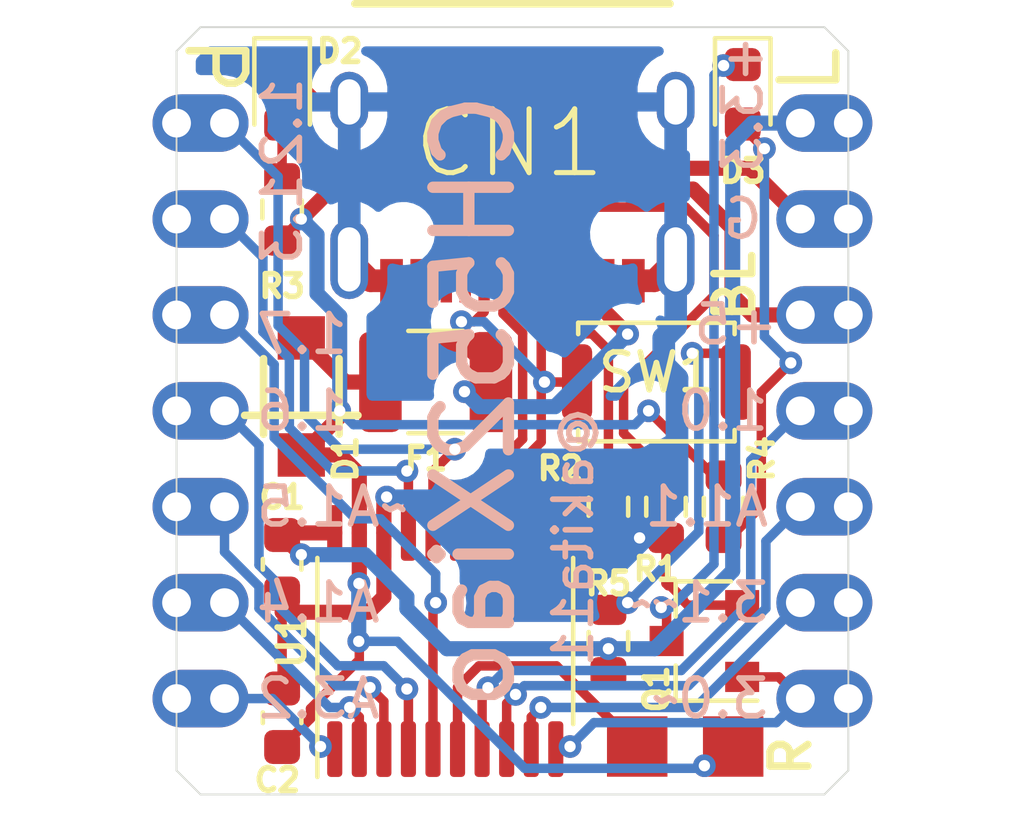
<source format=kicad_pcb>
(kicad_pcb (version 20211014) (generator pcbnew)
  (layers (0 "F.Cu" signal) (31 "B.Cu" signal) (34 "B.Paste" user) (35 "F.Paste" user) (36 "B.SilkS" user "B.Silkscreen") (37 "F.SilkS" user "F.Silkscreen") (38 "B.Mask" user) (39 "F.Mask" user) (44 "Edge.Cuts" user))
  (net 0 "")
  (net 1 "GND")
  (net 2 "+3V3")
  (net 3 "+5V")
  (net 4 "Net-(CN1-PadB5)")
  (net 6 "/P3.6")
  (net 7 "/P3.7")
  (net 8 "Net-(CN1-PadA5)")
  (net 10 "Net-(CN1-PadA4)")
  (net 11 "Net-(D1-PadA)")
  (net 12 "Net-(D2-Pad2)")
  (net 13 "Net-(D3-Pad2)")
  (net 14 "Net-(D3-Pad1)")
  (net 15 "/P3.0")
  (net 16 "/P3.4")
  (net 17 "/P3.3")
  (net 18 "/P3.2")
  (net 19 "/P1.4")
  (net 20 "/P1.1")
  (net 21 "/P1.5")
  (net 22 "/P1.6")
  (net 23 "/P1.7")
  (net 24 "/P3.1")
  (net 25 "Net-(R5-Pad2)")
  (net 26 "/P1.0")
  (net 27 "/RST")
  (net 28 "/P3.5")
  (net 29 "/P1.3")
  (net 30 "/P1.2")
  (footprint "akita:USB-C_16P_TH" (layer "F.Cu") (at 8.89 5.715 180)
    (fp_text reference "CN1" (at -2.54 1.651) (layer "F.SilkS") (effects (font (size 1.6891 1.6891) (thickness 0.135128)) (justify right bottom)))
    (fp_text value "CON_USB-C-16" hide)
    (fp_line (start -4.17 6.335) (end 4.17 6.335) (layer "F.SilkS") (width 0.2))
    (pad "" np_thru_hole circle locked (at 2.89 0.25 180) (size 0.65 0.65) (drill 0.65) (layers *.Cu *.Mask))
    (pad "" np_thru_hole circle locked (at -2.89 0.25 180) (size 0.65 0.65) (drill 0.65) (layers *.Cu *.Mask))
    (pad "A1" smd rect locked (at -3.2 -1 180) (size 0.6 1.15) (layers "F.Cu" "F.Paste" "F.Mask") (net 1 "GND"))
    (pad "A4" smd rect locked (at -2.4 -1 180) (size 0.6 1.15) (layers "F.Cu" "F.Paste" "F.Mask") (net 10 "Net-(CN1-PadA4)"))
    (pad "A5" smd rect locked (at -1.25 -1 180) (size 0.3 1.15) (layers "F.Cu" "F.Paste" "F.Mask") (net 8 "Net-(CN1-PadA5)"))
    (pad "A6" smd rect locked (at -0.25 -1 180) (size 0.3 1.15) (layers "F.Cu" "F.Paste" "F.Mask") (net 6 "/P3.6"))
    (pad "A7" smd rect locked (at 0.25 -1 180) (size 0.3 1.15) (layers "F.Cu" "F.Paste" "F.Mask") (net 7 "/P3.7"))
    (pad "A8" smd rect locked (at 1.25 -1 180) (size 0.3 1.15) (layers "F.Cu" "F.Paste" "F.Mask"))
    (pad "A9" smd rect locked (at 2.4 -1 180) (size 0.6 1.15) (layers "F.Cu" "F.Paste" "F.Mask") (net 10 "Net-(CN1-PadA4)"))
    (pad "A12" smd rect locked (at 3.2 -1 180) (size 0.6 1.15) (layers "F.Cu" "F.Paste" "F.Mask") (net 1 "GND"))
    (pad "B5" smd rect locked (at 1.75 -1 180) (size 0.3 1.15) (layers "F.Cu" "F.Paste" "F.Mask") (net 4 "Net-(CN1-PadB5)"))
    (pad "B6" smd rect locked (at 0.75 -1 180) (size 0.3 1.15) (layers "F.Cu" "F.Paste" "F.Mask") (net 6 "/P3.6"))
    (pad "B7" smd rect locked (at -0.75 -1 180) (size 0.3 1.15) (layers "F.Cu" "F.Paste" "F.Mask") (net 7 "/P3.7"))
    (pad "B8" smd rect locked (at -1.75 -1 180) (size 0.3 1.15) (layers "F.Cu" "F.Paste" "F.Mask"))
    (pad "FG" thru_hole roundrect locked (at -4.32 3.735 180) (size 1 1.6) (drill oval 0.6 1.2) (layers *.Cu *.Mask) (roundrect_rratio 0.5) (net 1 "GND"))
    (pad "FG" thru_hole roundrect locked (at -4.32 -0.435 180) (size 1 2.1) (drill oval 0.6 1.7) (layers *.Cu *.Mask) (roundrect_rratio 0.5) (net 1 "GND"))
    (pad "FG" thru_hole roundrect locked (at 4.32 3.735 180) (size 1 1.6) (drill oval 0.6 1.2) (layers *.Cu *.Mask) (roundrect_rratio 0.5) (net 1 "GND"))
    (pad "FG" thru_hole roundrect locked (at 4.32 -0.435 180) (size 1 2.1) (drill oval 0.6 1.7) (layers *.Cu *.Mask) (roundrect_rratio 0.5) (net 1 "GND"))
  )
  (footprint "akita:D_SOD123FL" (layer "F.Cu") (at 3.302 9.779 -90)
    (fp_text reference "D1" (at 1.651 -1.524 -90) (layer "F.SilkS") (effects (font (size 0.6 0.6)) (justify bottom)))
    (fp_text value "DIODE")
    (fp_line (start 1 1) (end 0.5 1) (layer "F.SilkS") (width 0.2))
    (fp_line (start 0.5 -1) (end 0.5 1) (layer "F.SilkS") (width 0.2))
    (fp_line (start 0.5 1) (end 0.5 1.5) (layer "F.SilkS") (width 0.2))
    (fp_line (start 0.5 -1.5) (end 0.5 -1) (layer "F.SilkS") (width 0.2))
    (fp_line (start 0.5 -1) (end 1 -1) (layer "F.SilkS") (width 0.2))
    (fp_line (start 0.5 1) (end -1 1) (layer "F.SilkS") (width 0.2))
    (fp_line (start -1 -1) (end 0.5 -1) (layer "F.SilkS") (width 0.2))
    (pad "A" smd rect locked (at -1.55 0 270) (size 1.15 1.25) (layers "F.Cu" "F.Paste" "F.Mask") (net 11 "Net-(D1-PadA)"))
    (pad "K" smd rect locked (at 1.55 0 270) (size 1.15 1.25) (layers "F.Cu" "F.Paste" "F.Mask") (net 3 "+5V"))
  )
  (footprint "LED_SMD:LED_0603_1608Metric" (layer "F.Cu") (at 2.794 1.778 -90)
    (fp_text reference "D2" (at -1.143 -1.524 180) (layer "F.SilkS") (effects (font (size 0.6 0.6))))
    (fp_text value "LED")
    (fp_line (start -1.485 -0.735) (end -1.485 0.735) (layer "F.SilkS") (width 0.12))
    (fp_line (start -1.485 0.735) (end 0.8 0.735) (layer "F.SilkS") (width 0.12))
    (fp_line (start 0.8 -0.735) (end -1.485 -0.735) (layer "F.SilkS") (width 0.12))
    (pad "1" smd roundrect locked (at -0.7875 0 270) (size 0.875 0.95) (layers "F.Cu" "F.Paste" "F.Mask") (net 1 "GND"))
    (pad "2" smd roundrect locked (at 0.7875 0 270) (size 0.875 0.95) (layers "F.Cu" "F.Paste" "F.Mask") (net 12 "Net-(D2-Pad2)"))
  )
  (footprint "LED_SMD:LED_0603_1608Metric" (layer "F.Cu") (at 14.986 1.778 -90)
    (fp_text reference "D3" (at 2.032 0 180) (layer "F.SilkS") (effects (font (size 0.6 0.6))))
    (fp_text value "LED")
    (fp_line (start 0.8 -0.735) (end -1.485 -0.735) (layer "F.SilkS") (width 0.12))
    (fp_line (start -1.485 -0.735) (end -1.485 0.735) (layer "F.SilkS") (width 0.12))
    (fp_line (start -1.485 0.735) (end 0.8 0.735) (layer "F.SilkS") (width 0.12))
    (pad "1" smd roundrect locked (at -0.7875 0 270) (size 0.875 0.95) (layers "F.Cu" "F.Paste" "F.Mask") (net 14 "Net-(D3-Pad1)"))
    (pad "2" smd roundrect locked (at 0.7875 0 270) (size 0.875 0.95) (layers "F.Cu" "F.Paste" "F.Mask") (net 13 "Net-(D3-Pad2)"))
  )
  (footprint "Resistor_SMD:R_0603_1608Metric" (layer "F.Cu") (at 2.794 4.826 -90)
    (fp_text reference "R3" (at 2.032 0 180) (layer "F.SilkS") (effects (font (size 0.6 0.6))))
    (fp_text value "1k")
    (fp_line (start -0.237258 0.5225) (end 0.237258 0.5225) (layer "F.SilkS") (width 0.12))
    (fp_line (start -0.237258 -0.5225) (end 0.237258 -0.5225) (layer "F.SilkS") (width 0.12))
    (pad "1" smd roundrect locked (at -0.825 0 270) (size 0.8 0.95) (layers "F.Cu" "F.Paste" "F.Mask") (net 12 "Net-(D2-Pad2)"))
    (pad "2" smd roundrect locked (at 0.825 0 270) (size 0.8 0.95) (layers "F.Cu" "F.Paste" "F.Mask") (net 3 "+5V"))
  )
  (footprint "akita:Socker2.54mm_7p_OvalPad" (layer "F.Cu") (at 0 10.16)
    (fp_text reference "J1" hide)
    (fp_text value "Conn_01x07")
    (pad "-" thru_hole circle locked (at 0 7.62) (size 1 1) (drill 0.762) (layers *.Cu *.Mask))
    (pad "-" thru_hole circle locked (at 0 -5.08) (size 1 1) (drill 0.762) (layers *.Cu *.Mask))
    (pad "-" thru_hole circle locked (at 0 -7.62) (size 1 1) (drill 0.762) (layers *.Cu *.Mask))
    (pad "-" thru_hole circle locked (at 0 2.54) (size 1 1) (drill 0.762) (layers *.Cu *.Mask))
    (pad "-" thru_hole circle locked (at 0 -2.54) (size 1 1) (drill 0.762) (layers *.Cu *.Mask))
    (pad "-" thru_hole circle locked (at 0 5.08) (size 1 1) (drill 0.762) (layers *.Cu *.Mask))
    (pad "-" thru_hole circle locked (at 0 0) (size 1 1) (drill 0.762) (layers *.Cu *.Mask))
    (pad "1" thru_hole oval locked (at 1.27 -7.62) (size 2.54 1.524) (drill 0.762 (offset -0.635 0)) (layers *.Cu *.Mask) (net 29 "/P1.3"))
    (pad "2" thru_hole oval locked (at 1.27 -5.08) (size 2.54 1.524) (drill 0.762 (offset -0.635 0)) (layers *.Cu *.Mask) (net 30 "/P1.2"))
    (pad "3" thru_hole oval locked (at 1.27 -2.54) (size 2.54 1.524) (drill 0.762 (offset -0.635 0)) (layers *.Cu *.Mask) (net 23 "/P1.7"))
    (pad "4" thru_hole oval locked (at 1.27 0) (size 2.54 1.524) (drill 0.762 (offset -0.635 0)) (layers *.Cu *.Mask) (net 22 "/P1.6"))
    (pad "5" thru_hole oval locked (at 1.27 2.54) (size 2.54 1.524) (drill 0.762 (offset -0.635 0)) (layers *.Cu *.Mask) (net 21 "/P1.5"))
    (pad "6" thru_hole oval locked (at 1.27 5.08) (size 2.54 1.524) (drill 0.762 (offset -0.635 0)) (layers *.Cu *.Mask) (net 19 "/P1.4"))
    (pad "7" thru_hole oval locked (at 1.27 7.62) (size 2.54 1.524) (drill 0.762 (offset -0.635 0)) (layers *.Cu *.Mask) (net 18 "/P3.2"))
  )
  (footprint "Button_Switch_SMD:SW_Push_SPST_NO_Alps_SKRK" (layer "F.Cu") (at 12.7 9.398)
    (fp_text reference "SW1" (at 0 -0.254) (layer "F.SilkS"))
    (fp_text value "SW_Push")
    (fp_line (start 2.07 1.57) (end -2.07 1.57) (layer "F.SilkS") (width 0.12))
    (fp_line (start -2.07 -1.27) (end -2.07 -1.57) (layer "F.SilkS") (width 0.12))
    (fp_line (start -2.07 1.57) (end -2.07 1.27) (layer "F.SilkS") (width 0.12))
    (fp_line (start 2.07 -1.57) (end 2.07 -1.27) (layer "F.SilkS") (width 0.12))
    (fp_line (start 2.07 1.27) (end 2.07 1.57) (layer "F.SilkS") (width 0.12))
    (fp_line (start -2.07 -1.57) (end 2.07 -1.57) (layer "F.SilkS") (width 0.12))
    (pad "1" smd roundrect locked (at -2.1 0) (size 0.8 2) (layers "F.Cu" "F.Paste" "F.Mask") (net 6 "/P3.6"))
    (pad "2" smd roundrect locked (at 2.1 0) (size 0.8 2) (layers "F.Cu" "F.Paste" "F.Mask") (net 25 "Net-(R5-Pad2)"))
  )
  (footprint "Capacitor_SMD:C_0603_1608Metric" (layer "F.Cu") (at 2.794 14.224 -90)
    (fp_text reference "C1" (at -1.778 0) (layer "F.SilkS") (effects (font (size 0.6 0.6))))
    (fp_text value "0.1u")
    (fp_line (start -0.14058 -0.51) (end 0.14058 -0.51) (layer "F.SilkS") (width 0.12))
    (fp_line (start -0.14058 0.51) (end 0.14058 0.51) (layer "F.SilkS") (width 0.12))
    (pad "1" smd roundrect locked (at -0.775 0 270) (size 0.9 0.95) (layers "F.Cu" "F.Paste" "F.Mask") (net 2 "+3V3"))
    (pad "2" smd roundrect locked (at 0.775 0 270) (size 0.9 0.95) (layers "F.Cu" "F.Paste" "F.Mask") (net 1 "GND"))
  )
  (footprint "Resistor_SMD:R_0603_1608Metric" (layer "F.Cu") (at 14.478 12.7 -90)
    (fp_text reference "R4" (at -1.27 -1.016 90) (layer "F.SilkS") (effects (font (size 0.6 0.6))))
    (fp_text value "1k")
    (fp_line (start -0.237258 0.5225) (end 0.237258 0.5225) (layer "F.SilkS") (width 0.12))
    (fp_line (start -0.237258 -0.5225) (end 0.237258 -0.5225) (layer "F.SilkS") (width 0.12))
    (pad "1" smd roundrect locked (at -0.825 0 270) (size 0.8 0.95) (layers "F.Cu" "F.Paste" "F.Mask") (net 3 "+5V"))
    (pad "2" smd roundrect locked (at 0.825 0 270) (size 0.8 0.95) (layers "F.Cu" "F.Paste" "F.Mask") (net 13 "Net-(D3-Pad2)"))
  )
  (footprint "Resistor_SMD:R_0603_1608Metric" (layer "F.Cu") (at 11.43 12.7 -90)
    (fp_text reference "R2" (at -1.016 1.27) (layer "F.SilkS") (effects (font (size 0.6 0.6))))
    (fp_text value "5.1k")
    (fp_line (start -0.237258 -0.5225) (end 0.237258 -0.5225) (layer "F.SilkS") (width 0.12))
    (fp_line (start -0.237258 0.5225) (end 0.237258 0.5225) (layer "F.SilkS") (width 0.12))
    (pad "1" smd roundrect locked (at -0.825 0 270) (size 0.8 0.95) (layers "F.Cu" "F.Paste" "F.Mask") (net 8 "Net-(CN1-PadA5)"))
    (pad "2" smd roundrect locked (at 0.825 0 270) (size 0.8 0.95) (layers "F.Cu" "F.Paste" "F.Mask") (net 1 "GND"))
  )
  (footprint "Resistor_SMD:R_0603_1608Metric" (layer "F.Cu") (at 12.954 12.7 -90)
    (fp_text reference "R1" (at 1.651 0.254) (layer "F.SilkS") (effects (font (size 0.6 0.6))))
    (fp_text value "5.1k")
    (fp_line (start -0.237258 0.5225) (end 0.237258 0.5225) (layer "F.SilkS") (width 0.12))
    (fp_line (start -0.237258 -0.5225) (end 0.237258 -0.5225) (layer "F.SilkS") (width 0.12))
    (pad "1" smd roundrect locked (at -0.825 0 270) (size 0.8 0.95) (layers "F.Cu" "F.Paste" "F.Mask") (net 4 "Net-(CN1-PadB5)"))
    (pad "2" smd roundrect locked (at 0.825 0 270) (size 0.8 0.95) (layers "F.Cu" "F.Paste" "F.Mask") (net 1 "GND"))
  )
  (footprint "Resistor_SMD:R_1210_3225Metric" (layer "F.Cu") (at 6.858 9.398)
    (fp_text reference "F1" (at -0.254 2.032 180) (layer "F.SilkS") (effects (font (size 0.6 0.6))))
    (fp_text value "Polyfuse")
    (fp_line (start -0.723737 -1.355) (end 0.723737 -1.355) (layer "F.SilkS") (width 0.12))
    (fp_line (start -0.723737 1.355) (end 0.723737 1.355) (layer "F.SilkS") (width 0.12))
    (pad "1" smd roundrect locked (at -1.4625 0) (size 1.125 2.65) (layers "F.Cu" "F.Paste" "F.Mask") (roundrect_rratio 0.2222213333) (net 11 "Net-(D1-PadA)"))
    (pad "2" smd roundrect locked (at 1.4625 0) (size 1.125 2.65) (layers "F.Cu" "F.Paste" "F.Mask") (roundrect_rratio 0.2222213333) (net 10 "Net-(CN1-PadA4)"))
  )
  (footprint "Capacitor_SMD:C_0603_1608Metric" (layer "F.Cu") (at 2.794 18.288 90)
    (fp_text reference "C2" (at -1.651 -0.127) (layer "F.SilkS") (effects (font (size 0.6 0.6))))
    (fp_text value "0.1u")
    (fp_line (start -0.14058 0.51) (end 0.14058 0.51) (layer "F.SilkS") (width 0.12))
    (fp_line (start -0.14058 -0.51) (end 0.14058 -0.51) (layer "F.SilkS") (width 0.12))
    (pad "1" smd roundrect locked (at -0.775 0 90) (size 0.9 0.95) (layers "F.Cu" "F.Paste" "F.Mask") (net 3 "+5V"))
    (pad "2" smd roundrect locked (at 0.775 0 90) (size 0.9 0.95) (layers "F.Cu" "F.Paste" "F.Mask") (net 1 "GND"))
  )
  (footprint "Resistor_SMD:R_0603_1608Metric" (layer "F.Cu") (at 11.43 16.256 90)
    (fp_text reference "R5" (at 1.524 0) (layer "F.SilkS") (effects (font (size 0.6 0.6))))
    (fp_text value "10k")
    (fp_line (start -0.237258 0.5225) (end 0.237258 0.5225) (layer "F.SilkS") (width 0.12))
    (fp_line (start -0.237258 -0.5225) (end 0.237258 -0.5225) (layer "F.SilkS") (width 0.12))
    (pad "1" smd roundrect locked (at -0.825 0 90) (size 0.8 0.95) (layers "F.Cu" "F.Paste" "F.Mask") (net 2 "+3V3"))
    (pad "2" smd roundrect locked (at 0.825 0 90) (size 0.8 0.95) (layers "F.Cu" "F.Paste" "F.Mask") (net 25 "Net-(R5-Pad2)"))
  )
  (footprint "akita:Pad_SMD1.6mm" (layer "F.Cu") (at 14.732 19.05)
    (fp_text reference "J3" hide)
    (fp_text value "Conn_01x01" hide)
    (pad "1" smd rect locked (at 0 0) (size 1.6 1.6) (layers "F.Cu" "F.Mask") (net 3 "+5V"))
  )
  (footprint "akita:Pad_SMD1.6mm" (layer "F.Cu") (at 12.192 19.05)
    (fp_text reference "J4" hide)
    (fp_text value "Conn_01x01" hide)
    (pad "1" smd rect locked (at 0 0) (size 1.6 1.6) (layers "F.Cu" "F.Mask") (net 27 "/RST"))
  )
  (footprint "akita:Socker2.54mm_7p_OvalPad" (layer "F.Cu") (at 17.78 10.16 180)
    (fp_text reference "J2" hide)
    (fp_text value "Conn_01x07")
    (pad "-" thru_hole circle locked (at 0 -7.62 180) (size 1 1) (drill 0.762) (layers *.Cu *.Mask))
    (pad "-" thru_hole circle locked (at 0 2.54 180) (size 1 1) (drill 0.762) (layers *.Cu *.Mask))
    (pad "-" thru_hole circle locked (at 0 -5.08 180) (size 1 1) (drill 0.762) (layers *.Cu *.Mask))
    (pad "-" thru_hole circle locked (at 0 -2.54 180) (size 1 1) (drill 0.762) (layers *.Cu *.Mask))
    (pad "-" thru_hole circle locked (at 0 0 180) (size 1 1) (drill 0.762) (layers *.Cu *.Mask))
    (pad "-" thru_hole circle locked (at 0 7.62 180) (size 1 1) (drill 0.762) (layers *.Cu *.Mask) (net 2 "+3V3"))
    (pad "-" thru_hole circle locked (at 0 5.08 180) (size 1 1) (drill 0.762) (layers *.Cu *.Mask))
    (pad "1" thru_hole oval locked (at 1.27 -7.62 180) (size 2.54 1.524) (drill 0.762 (offset -0.635 0)) (layers *.Cu *.Mask) (net 15 "/P3.0"))
    (pad "2" thru_hole oval locked (at 1.27 -5.08 180) (size 2.54 1.524) (drill 0.762 (offset -0.635 0)) (layers *.Cu *.Mask) (net 24 "/P3.1"))
    (pad "3" thru_hole oval locked (at 1.27 -2.54 180) (size 2.54 1.524) (drill 0.762 (offset -0.635 0)) (layers *.Cu *.Mask) (net 20 "/P1.1"))
    (pad "4" thru_hole oval locked (at 1.27 0 180) (size 2.54 1.524) (drill 0.762 (offset -0.635 0)) (layers *.Cu *.Mask) (net 26 "/P1.0"))
    (pad "5" thru_hole oval locked (at 1.27 2.54 180) (size 2.54 1.524) (drill 0.762 (offset -0.635 0)) (layers *.Cu *.Mask) (net 3 "+5V"))
    (pad "6" thru_hole oval locked (at 1.27 5.08 180) (size 2.54 1.524) (drill 0.762 (offset -0.635 0)) (layers *.Cu *.Mask) (net 1 "GND"))
    (pad "7" thru_hole oval locked (at 1.27 7.62 180) (size 2.54 1.524) (drill 0.762 (offset -0.635 0)) (layers *.Cu *.Mask) (net 2 "+3V3"))
  )
  (footprint "Package_TO_SOT_SMD:SOT-23" (layer "F.Cu") (at 13.97 16.256 180)
    (fp_text reference "Q1" (at 1.27 -1.27 90) (layer "F.SilkS") (effects (font (size 0.6 0.6))))
    (fp_text value "TR_NMOS_IRLML6344")
    (fp_line (start 0.76 1.58) (end 0.76 0.65) (layer "F.SilkS") (width 0.12))
    (fp_line (start 0.76 -1.58) (end 0.76 -0.65) (layer "F.SilkS") (width 0.12))
    (fp_line (start 0.76 1.58) (end -0.7 1.58) (layer "F.SilkS") (width 0.12))
    (fp_line (start 0.76 -1.58) (end -1.4 -1.58) (layer "F.SilkS") (width 0.12))
    (pad "1" smd rect locked (at -1 -0.95 180) (size 0.9 0.8) (layers "F.Cu" "F.Paste" "F.Mask") (net 15 "/P3.0"))
    (pad "2" smd rect locked (at -1 0.95 180) (size 0.9 0.8) (layers "F.Cu" "F.Paste" "F.Mask") (net 1 "GND"))
    (pad "3" smd rect locked (at 1 0 180) (size 0.9 0.8) (layers "F.Cu" "F.Paste" "F.Mask") (net 14 "Net-(D3-Pad1)"))
  )
  (footprint "Package_SO:TSSOP-20_4.4x6.5mm_P0.65mm" (layer "F.Cu") (at 7.112 16.256 90)
    (fp_text reference "U1" (at 0 -4.064 270) (layer "F.SilkS") (effects (font (size 0.7 0.7))))
    (fp_text value "MCU_CH552T")
    (fp_line (start 0 -3.385) (end 2.2 -3.385) (layer "F.SilkS") (width 0.12))
    (fp_line (start 0 3.385) (end 2.2 3.385) (layer "F.SilkS") (width 0.12))
    (fp_line (start 0 -3.385) (end -3.6 -3.385) (layer "F.SilkS") (width 0.12))
    (fp_line (start 0 3.385) (end -2.2 3.385) (layer "F.SilkS") (width 0.12))
    (pad "1" smd roundrect locked (at -2.8625 -2.925 90) (size 1.475 0.4) (layers "F.Cu" "F.Paste" "F.Mask") (net 18 "/P3.2"))
    (pad "2" smd roundrect locked (at -2.8625 -2.275 90) (size 1.475 0.4) (layers "F.Cu" "F.Paste" "F.Mask") (net 19 "/P1.4"))
    (pad "3" smd roundrect locked (at -2.8625 -1.625 90) (size 1.475 0.4) (layers "F.Cu" "F.Paste" "F.Mask") (net 21 "/P1.5"))
    (pad "4" smd roundrect locked (at -2.8625 -0.975 90) (size 1.475 0.4) (layers "F.Cu" "F.Paste" "F.Mask") (net 22 "/P1.6"))
    (pad "5" smd roundrect locked (at -2.8625 -0.325 90) (size 1.475 0.4) (layers "F.Cu" "F.Paste" "F.Mask") (net 23 "/P1.7"))
    (pad "6" smd roundrect locked (at -2.8625 0.325 90) (size 1.475 0.4) (layers "F.Cu" "F.Paste" "F.Mask") (net 27 "/RST"))
    (pad "7" smd roundrect locked (at -2.8625 0.975 90) (size 1.475 0.4) (layers "F.Cu" "F.Paste" "F.Mask") (net 26 "/P1.0"))
    (pad "8" smd roundrect locked (at -2.8625 1.625 90) (size 1.475 0.4) (layers "F.Cu" "F.Paste" "F.Mask") (net 20 "/P1.1"))
    (pad "9" smd roundrect locked (at -2.8625 2.275 90) (size 1.475 0.4) (layers "F.Cu" "F.Paste" "F.Mask") (net 24 "/P3.1"))
    (pad "10" smd roundrect locked (at -2.8625 2.925 90) (size 1.475 0.4) (layers "F.Cu" "F.Paste" "F.Mask") (net 15 "/P3.0"))
    (pad "11" smd roundrect locked (at 2.8625 2.925 90) (size 1.475 0.4) (layers "F.Cu" "F.Paste" "F.Mask") (net 17 "/P3.3"))
    (pad "12" smd roundrect locked (at 2.8625 2.275 90) (size 1.475 0.4) (layers "F.Cu" "F.Paste" "F.Mask") (net 16 "/P3.4"))
    (pad "13" smd roundrect locked (at 2.8625 1.625 90) (size 1.475 0.4) (layers "F.Cu" "F.Paste" "F.Mask") (net 28 "/P3.5"))
    (pad "14" smd roundrect locked (at 2.8625 0.975 90) (size 1.475 0.4) (layers "F.Cu" "F.Paste" "F.Mask") (net 6 "/P3.6"))
    (pad "15" smd roundrect locked (at 2.8625 0.325 90) (size 1.475 0.4) (layers "F.Cu" "F.Paste" "F.Mask") (net 7 "/P3.7"))
    (pad "16" smd roundrect locked (at 2.8625 -0.325 90) (size 1.475 0.4) (layers "F.Cu" "F.Paste" "F.Mask") (net 29 "/P1.3"))
    (pad "17" smd roundrect locked (at 2.8625 -0.975 90) (size 1.475 0.4) (layers "F.Cu" "F.Paste" "F.Mask") (net 30 "/P1.2"))
    (pad "18" smd roundrect locked (at 2.8625 -1.625 90) (size 1.475 0.4) (layers "F.Cu" "F.Paste" "F.Mask") (net 1 "GND"))
    (pad "19" smd roundrect locked (at 2.8625 -2.275 90) (size 1.475 0.4) (layers "F.Cu" "F.Paste" "F.Mask") (net 3 "+5V"))
    (pad "20" smd roundrect locked (at 2.8625 -2.925 90) (size 1.475 0.4) (layers "F.Cu" "F.Paste" "F.Mask") (net 2 "+3V3"))
  )
  (gr_line (start 0 19.685) (end 0 0.635) (layer "Edge.Cuts") (width 0.05))
  (gr_line (start 17.78 19.685) (end 17.145 20.32) (layer "Edge.Cuts") (width 0.05))
  (gr_line (start 0 0.635) (end 0.635 0) (layer "Edge.Cuts") (width 0.05))
  (gr_line (start 0.635 0) (end 17.145 0) (layer "Edge.Cuts") (width 0.05))
  (gr_line (start 17.145 0) (end 17.78 0.635) (layer "Edge.Cuts") (width 0.05))
  (gr_line (start 17.78 0.635) (end 17.78 19.685) (layer "Edge.Cuts") (width 0.05))
  (gr_line (start 17.145 20.32) (end 0.635 20.32) (layer "Edge.Cuts") (width 0.05))
  (gr_line (start 0.635 20.32) (end 0 19.685) (layer "Edge.Cuts") (width 0.05))
  (gr_text "+3.3" (at 14.986 2.032 90) (layer "B.SilkS") (effects (font (size 1 1)) (justify mirror)))
  (gr_text "1.6" (at 2.032 10.16) (layer "B.SilkS") (effects (font (size 1 1)) (justify right mirror)))
  (gr_text "@akita11" (at 10.5 13.5 90) (layer "B.SilkS") (effects (font (size 1 1)) (justify mirror)))
  (gr_text "1.7" (at 2.032 8.128) (layer "B.SilkS") (effects (font (size 1 1)) (justify right mirror)))
  (gr_text "1.2" (at 2.794 2.54 90) (layer "B.SilkS") (effects (font (size 1 1)) (justify mirror)))
  (gr_text "+5\n" (at 16 7.874) (layer "B.SilkS") (effects (font (size 1 1)) (justify left mirror)))
  (gr_text "CH552Xiao" (at 7.874 9.906 90) (layer "B.SilkS") (effects (font (size 2 2) (thickness 0.3)) (justify mirror)))
  (gr_text "A3.2" (at 2.032 17.78) (layer "B.SilkS") (effects (font (size 1 1)) (justify right mirror)))
  (gr_text "~A1.5" (at 2.032 12.7) (layer "B.SilkS") (effects (font (size 1 1)) (justify right mirror)))
  (gr_text "3.0~" (at 15.748 17.78) (layer "B.SilkS") (effects (font (size 1 1)) (justify left mirror)))
  (gr_text "3.1~~" (at 15.748 15.24) (layer "B.SilkS") (effects (font (size 1 1)) (justify left mirror)))
  (gr_text "1.0" (at 15.748 10.16) (layer "B.SilkS") (effects (font (size 1 1)) (justify left mirror)))
  (gr_text "G" (at 14.986 5.08) (layer "B.SilkS") (effects (font (size 1 1)) (justify mirror)))
  (gr_text "A1.1" (at 15.748 12.7) (layer "B.SilkS") (effects (font (size 1 1)) (justify left mirror)))
  (gr_text "1.3\n" (at 2.794 5.08 90) (layer "B.SilkS") (effects (font (size 1 1)) (justify mirror)))
  (gr_text "A1.4" (at 2.032 15.24) (layer "B.SilkS") (effects (font (size 1 1)) (justify right mirror)))
  (gr_text "L\n" (at 16.764 1.143 90) (layer "F.SilkS") (effects (font (size 1.5 1.5) (thickness 0.2))))
  (gr_text "BL" (at 14.77 6.858 90) (layer "F.SilkS") (effects (font (size 1 1) (thickness 0.2))))
  (gr_text "P" (at 1.016 1.016 270) (layer "F.SilkS") (effects (font (size 1.5 1.5) (thickness 0.2))))
  (gr_text "R" (at 16.256 19.304 90) (layer "F.SilkS") (effects (font (size 1 1) (thickness 0.2))))
  (segment (start 13.388639 3.736639) (end 13.21 3.558) (width 0.4) (layer "F.Cu") (net 1))
  (segment (start 13.528 15.306) (end 13.403919 15.181919) (width 0.25) (layer "F.Cu") (net 1))
  (segment (start 5.69 6.715) (end 5.135 6.715) (width 0.6) (layer "F.Cu") (net 1))
  (segment (start 13.065973 14.790097) (end 13.012097 14.790097) (width 0.25) (layer "F.Cu") (net 1))
  (segment (start 5.135 6.715) (end 4.57 6.15) (width 0.6) (layer "F.Cu") (net 1))
  (segment (start 12.255 13.525) (end 11.43 13.525) (width 0.25) (layer "F.Cu") (net 1))
  (segment (start 12.645 6.715) (end 13.21 6.15) (width 0.6) (layer "F.Cu") (net 1))
  (segment (start 16.51 5.08) (end 15.166639 3.736639) (width 0.4) (layer "F.Cu") (net 1))
  (segment (start 15.166639 3.736639) (end 13.388639 3.736639) (width 0.4) (layer "F.Cu") (net 1))
  (segment (start 5.487 13.3935) (end 5.487 12.515531) (width 0.4) (layer "F.Cu") (net 1))
  (segment (start 5.487 15.087) (end 5.08 15.494) (width 0.4) (layer "F.Cu") (net 1))
  (segment (start 2.794 17.513) (end 2.794 16.256) (width 0.25) (layer "F.Cu") (net 1))
  (segment (start 12.954 13.525) (end 12.255 13.525) (width 0.25) (layer "F.Cu") (net 1))
  (segment (start 13.012097 14.790097) (end 12.954 14.732) (width 0.25) (layer "F.Cu") (net 1))
  (segment (start 12.09 6.715) (end 12.645 6.715) (width 0.6) (layer "F.Cu") (net 1))
  (segment (start 14.97 15.306) (end 13.528 15.306) (width 0.25) (layer "F.Cu") (net 1))
  (segment (start 12.954 14.732) (end 12.954 13.525) (width 0.25) (layer "F.Cu") (net 1))
  (segment (start 5.487 13.3935) (end 5.487 15.087) (width 0.4) (layer "F.Cu") (net 1))
  (segment (start 4.57 1.98) (end 3.7835 1.98) (width 0.25) (layer "F.Cu") (net 1))
  (segment (start 2.794 16.256) (end 2.794 14.999) (width 0.25) (layer "F.Cu") (net 1))
  (segment (start 13.403919 15.128043) (end 13.065973 14.790097) (width 0.25) (layer "F.Cu") (net 1))
  (segment (start 13.21 3.558) (end 13.21 1.98) (width 0.4) (layer "F.Cu") (net 1))
  (segment (start 5.08 15.494) (end 2.794 15.494) (width 0.4) (layer "F.Cu") (net 1))
  (segment (start 3.7835 1.98) (end 2.794 0.9905) (width 0.25) (layer "F.Cu") (net 1))
  (segment (start 13.403919 15.181919) (end 13.403919 15.128043) (width 0.25) (layer "F.Cu") (net 1))
  (segment (start 5.487 12.515531) (end 5.5601 12.442431) (width 0.4) (layer "F.Cu") (net 1))
  (via (at 5.5601 12.442431) (size 0.6) (drill 0.3) (layers "F.Cu" "B.Cu") (net 1))
  (via (at 12.255 13.525) (size 0.6) (drill 0.3) (layers "F.Cu" "B.Cu") (net 1))
  (segment (start 5.5601 12.442431) (end 11.172431 12.442431) (width 0.4) (layer "B.Cu") (net 1))
  (segment (start 13.24516 12.53484) (end 12.255 13.525) (width 0.6) (layer "B.Cu") (net 1))
  (segment (start 13.21 7.919364) (end 12.895189 8.234175) (width 0.6) (layer "B.Cu") (net 1))
  (segment (start 12.895189 8.947453) (end 13.24516 9.297424) (width 0.6) (layer "B.Cu") (net 1))
  (segment (start 4.57 6.15) (end 4.57 1.98) (width 0.6) (layer "B.Cu") (net 1))
  (segment (start 13.21 1.98) (end 13.21 6.15) (width 0.6) (layer "B.Cu") (net 1))
  (segment (start 11.172431 12.442431) (end 12.255 13.525) (width 0.4) (layer "B.Cu") (net 1))
  (segment (start 13.21 6.15) (end 13.21 7.919364) (width 0.6) (layer "B.Cu") (net 1))
  (segment (start 12.895189 8.234175) (end 12.895189 8.947453) (width 0.6) (layer "B.Cu") (net 1))
  (segment (start 13.24516 9.297424) (end 13.24516 12.53484) (width 0.6) (layer "B.Cu") (net 1))
  (segment (start 4.187 13.3935) (end 2.8495 13.3935) (width 0.4) (layer "F.Cu") (net 2))
  (segment (start 11.43 17.081) (end 11.43 16.459909) (width 0.25) (layer "F.Cu") (net 2))
  (segment (start 2.794 13.462) (end 3.302 13.97) (width 0.4) (layer "F.Cu") (net 2))
  (segment (start 2.794 13.449) (end 2.794 13.462) (width 0.4) (layer "F.Cu") (net 2))
  (segment (start 2.8495 13.3935) (end 2.794 13.449) (width 0.4) (layer "F.Cu") (net 2))
  (via (at 11.43 16.459909) (size 0.6) (drill 0.3) (layers "F.Cu" "B.Cu") (net 2))
  (via (at 3.302 13.97) (size 0.6) (drill 0.3) (layers "F.Cu" "B.Cu") (net 2))
  (segment (start 14.71924 14.396702) (end 12.656033 16.459909) (width 0.4) (layer "B.Cu") (net 2))
  (segment (start 12.656033 16.459909) (end 11.43 16.459909) (width 0.4) (layer "B.Cu") (net 2))
  (segment (start 16.51 2.54) (end 15.24 2.54) (width 0.4) (layer "B.Cu") (net 2))
  (segment (start 15.24 2.54) (end 14.71924 3.06076) (width 0.4) (layer "B.Cu") (net 2))
  (segment (start 7.155967 16.459909) (end 11.43 16.459909) (width 0.4) (layer "B.Cu") (net 2))
  (segment (start 3.302 13.97) (end 4.985942 13.97) (width 0.4) (layer "B.Cu") (net 2))
  (segment (start 14.71924 3.06076) (end 14.71924 14.396702) (width 0.4) (layer "B.Cu") (net 2))
  (segment (start 4.985942 13.97) (end 6.096 15.080058) (width 0.4) (layer "B.Cu") (net 2))
  (segment (start 6.096 15.399942) (end 7.155967 16.459909) (width 0.4) (layer "B.Cu") (net 2))
  (segment (start 6.096 15.080058) (end 6.096 15.399942) (width 0.4) (layer "B.Cu") (net 2))
  (segment (start 4.826 14.732) (end 4.837 14.721) (width 0.4) (layer "F.Cu") (net 3))
  (segment (start 16.51 7.62) (end 15.24 7.62) (width 0.4) (layer "F.Cu") (net 3))
  (segment (start 4.837 16.753) (end 4.837 16.278993) (width 0.25) (layer "F.Cu") (net 3))
  (segment (start 4.318 10.16) (end 4.318 10.313) (width 0.25) (layer "F.Cu") (net 3))
  (segment (start 14.478 19.05) (end 13.97 19.558) (width 0.25) (layer "F.Cu") (net 3))
  (segment (start 15.24 7.62) (end 14.70092 7.08092) (width 0.4) (layer "F.Cu") (net 3))
  (segment (start 3.54592 18.04408) (end 4.837 16.753) (width 0.25) (layer "F.Cu") (net 3))
  (segment (start 14.478 11.875) (end 14.20826 11.875) (width 0.25) (layer "F.Cu") (net 3))
  (segment (start 4.837 16.278993) (end 4.822002 16.263995) (width 0.25) (layer "F.Cu") (net 3))
  (segment (start 2.794 5.651) (end 2.794 5.588) (width 0.25) (layer "F.Cu") (net 3))
  (segment (start 14.700919 5.317723) (end 13.671755 4.288559) (width 0.4) (layer "F.Cu") (net 3))
  (segment (start 4.837 13.3935) (end 4.837 11.839) (width 0.4) (layer "F.Cu") (net 3))
  (segment (start 14.20826 11.875) (end 12.49326 10.16) (width 0.25) (layer "F.Cu") (net 3))
  (segment (start 14.70092 7.08092) (end 14.700919 5.317723) (width 0.4) (layer "F.Cu") (net 3))
  (segment (start 4.318 10.313) (end 3.302 11.329) (width 0.4) (layer "F.Cu") (net 3))
  (segment (start 2.794 5.588) (end 3.302 5.08) (width 0.25) (layer "F.Cu") (net 3))
  (segment (start 4.093441 4.288559) (end 3.302 5.08) (width 0.4) (layer "F.Cu") (net 3))
  (segment (start 14.732 19.05) (end 14.478 19.05) (width 0.25) (layer "F.Cu") (net 3))
  (segment (start 3.54592 18.31108) (end 3.54592 18.04408) (width 0.25) (layer "F.Cu") (net 3))
  (segment (start 13.671755 4.288559) (end 4.093441 4.288559) (width 0.4) (layer "F.Cu") (net 3))
  (segment (start 2.794 19.063) (end 3.54592 18.31108) (width 0.25) (layer "F.Cu") (net 3))
  (segment (start 4.327 11.329) (end 3.302 11.329) (width 0.4) (layer "F.Cu") (net 3))
  (segment (start 4.837 11.839) (end 4.327 11.329) (width 0.4) (layer "F.Cu") (net 3))
  (segment (start 4.837 14.721) (end 4.837 13.3935) (width 0.4) (layer "F.Cu") (net 3))
  (via (at 3.302 5.08) (size 0.6) (drill 0.3) (layers "F.Cu" "B.Cu") (net 3))
  (via (at 12.49326 10.16) (size 0.6) (drill 0.3) (layers "F.Cu" "B.Cu") (net 3))
  (via (at 4.318 10.16) (size 0.6) (drill 0.3) (layers "F.Cu" "B.Cu") (net 3))
  (via (at 4.822002 16.263995) (size 0.6) (drill 0.3) (layers "F.Cu" "B.Cu") (net 3))
  (via (at 4.826 14.732) (size 0.6) (drill 0.3) (layers "F.Cu" "B.Cu") (net 3))
  (via (at 13.97 19.558) (size 0.6) (drill 0.3) (layers "F.Cu" "B.Cu") (net 3))
  (segment (start 4.826 14.732) (end 4.822002 14.735998) (width 0.4) (layer "B.Cu") (net 3))
  (segment (start 4.318 10.16) (end 4.318 7.652796) (width 0.4) (layer "B.Cu") (net 3))
  (segment (start 13.97 19.558) (end 13.901089 19.626911) (width 0.25) (layer "B.Cu") (net 3))
  (segment (start 5.849995 16.263995) (end 4.822002 16.263995) (width 0.25) (layer "B.Cu") (net 3))
  (segment (start 12.126429 10.526831) (end 4.684831 10.526831) (width 0.25) (layer "B.Cu") (net 3))
  (segment (start 4.822002 14.735998) (end 4.822002 16.263995) (width 0.4) (layer "B.Cu") (net 3))
  (segment (start 12.49326 10.16) (end 12.126429 10.526831) (width 0.25) (layer "B.Cu") (net 3))
  (segment (start 4.684831 10.526831) (end 4.318 10.16) (width 0.25) (layer "B.Cu") (net 3))
  (segment (start 3.71808 7.052876) (end 3.71808 5.49608) (width 0.4) (layer "B.Cu") (net 3))
  (segment (start 9.212911 19.626911) (end 5.849995 16.263995) (width 0.25) (layer "B.Cu") (net 3))
  (segment (start 4.318 7.652796) (end 3.71808 7.052876) (width 0.4) (layer "B.Cu") (net 3))
  (segment (start 3.71808 5.49608) (end 3.302 5.08) (width 0.4) (layer "B.Cu") (net 3))
  (segment (start 13.901089 19.626911) (end 9.212911 19.626911) (width 0.25) (layer "B.Cu") (net 3))
  (segment (start 13.474209 4.765479) (end 8.264521 4.765479) (width 0.25) (layer "F.Cu") (net 4))
  (segment (start 12.954 11.875) (end 11.83192 10.75292) (width 0.25) (layer "F.Cu") (net 4))
  (segment (start 14.224 7.112) (end 14.224 5.51527) (width 0.25) (layer "F.Cu") (net 4))
  (segment (start 14.224 5.51527) (end 13.474209 4.765479) (width 0.25) (layer "F.Cu") (net 4))
  (segment (start 7.14 5.89) (end 7.14 6.715) (width 0.25) (layer "F.Cu") (net 4))
  (segment (start 8.264521 4.765479) (end 7.14 5.89) (width 0.25) (layer "F.Cu") (net 4))
  (segment (start 11.83192 10.75292) (end 11.83192 9.50408) (width 0.25) (layer "F.Cu") (net 4))
  (segment (start 11.83192 9.50408) (end 14.224 7.112) (width 0.25) (layer "F.Cu") (net 4))
  (segment (start 9.652 8.005822) (end 9.14 7.493822) (width 0.25) (layer "F.Cu") (net 6))
  (segment (start 8.14 7.54) (end 7.880114 7.799886) (width 0.25) (layer "F.Cu") (net 6))
  (segment (start 8.087 12.5474) (end 9.652 10.9824) (width 0.25) (layer "F.Cu") (net 6))
  (segment (start 10.6 9.398) (end 9.652 9.398) (width 0.25) (layer "F.Cu") (net 6))
  (segment (start 9.652 9.398) (end 9.652 8.005822) (width 0.25) (layer "F.Cu") (net 6))
  (segment (start 7.880114 7.799886) (end 7.540007 7.799886) (width 0.25) (layer "F.Cu") (net 6))
  (segment (start 8.14 6.715) (end 8.14 7.54) (width 0.25) (layer "F.Cu") (net 6))
  (segment (start 9.14 7.493822) (end 9.14 6.715) (width 0.25) (layer "F.Cu") (net 6))
  (segment (start 9.652 10.9824) (end 9.652 9.398) (width 0.25) (layer "F.Cu") (net 6))
  (segment (start 8.087 13.3935) (end 8.087 12.5474) (width 0.25) (layer "F.Cu") (net 6))
  (via (at 9.73682 9.398) (size 0.6) (drill 0.3) (layers "F.Cu" "B.Cu") (net 6))
  (via (at 7.540007 7.799886) (size 0.6) (drill 0.3) (layers "F.Cu" "B.Cu") (net 6))
  (segment (start 9.73682 9.398) (end 8.138706 7.799886) (width 0.25) (layer "B.Cu") (net 6))
  (segment (start 8.138706 7.799886) (end 7.540007 7.799886) (width 0.25) (layer "B.Cu") (net 6))
  (segment (start 9.15992 10.90608) (end 7.437 12.629) (width 0.25) (layer "F.Cu") (net 7))
  (segment (start 8.64 5.89) (end 8.666911 5.863089) (width 0.25) (layer "F.Cu") (net 7))
  (segment (start 9.419089 5.863089) (end 9.64 6.084) (width 0.25) (layer "F.Cu") (net 7))
  (segment (start 8.64 6.715) (end 8.64 7.584823) (width 0.25) (layer "F.Cu") (net 7))
  (segment (start 8.64 7.584823) (end 9.15992 8.104743) (width 0.25) (layer "F.Cu") (net 7))
  (segment (start 9.64 6.084) (end 9.64 6.715) (width 0.25) (layer "F.Cu") (net 7))
  (segment (start 7.437 12.629) (end 7.437 13.3935) (width 0.25) (layer "F.Cu") (net 7))
  (segment (start 8.666911 5.863089) (end 9.419089 5.863089) (width 0.25) (layer "F.Cu") (net 7))
  (segment (start 9.15992 8.104743) (end 9.15992 10.90608) (width 0.25) (layer "F.Cu") (net 7))
  (segment (start 8.64 6.715) (end 8.64 5.89) (width 0.25) (layer "F.Cu") (net 7))
  (segment (start 10.14 7.6) (end 10.66108 8.12108) (width 0.25) (layer "F.Cu") (net 8))
  (segment (start 10.66108 8.12108) (end 10.997546 8.12108) (width 0.25) (layer "F.Cu") (net 8))
  (segment (start 10.997546 8.12108) (end 11.43 8.553534) (width 0.25) (layer "F.Cu") (net 8))
  (segment (start 11.43 8.553534) (end 11.43 11.875) (width 0.25) (layer "F.Cu") (net 8))
  (segment (start 10.14 6.715) (end 10.14 7.6) (width 0.25) (layer "F.Cu") (net 8))
  (segment (start 8.3205 9.0825) (end 8.3205 9.398) (width 0.4) (layer "F.Cu") (net 10))
  (segment (start 7.689797 8.451797) (end 8.3205 9.0825) (width 0.4) (layer "F.Cu") (net 10))
  (segment (start 6.49 6.715) (end 6.49 8.014) (width 0.4) (layer "F.Cu") (net 10))
  (segment (start 8.0665 9.652) (end 8.3205 9.398) (width 0.4) (layer "F.Cu") (net 10))
  (segment (start 11.29 7.48) (end 11.938 8.128) (width 0.4) (layer "F.Cu") (net 10))
  (segment (start 6.927797 8.451797) (end 7.689797 8.451797) (width 0.4) (layer "F.Cu") (net 10))
  (segment (start 11.29 6.715) (end 11.29 7.48) (width 0.4) (layer "F.Cu") (net 10))
  (segment (start 6.49 8.014) (end 6.927797 8.451797) (width 0.4) (layer "F.Cu") (net 10))
  (segment (start 7.62 9.652) (end 8.0665 9.652) (width 0.4) (layer "F.Cu") (net 10))
  (via (at 7.62 9.652) (size 0.6) (drill 0.3) (layers "F.Cu" "B.Cu") (net 10))
  (via (at 11.938 8.128) (size 0.6) (drill 0.3) (layers "F.Cu" "B.Cu") (net 10))
  (segment (start 8.017911 10.049911) (end 10.016089 10.049911) (width 0.4) (layer "B.Cu") (net 10))
  (segment (start 7.62 9.652) (end 8.017911 10.049911) (width 0.4) (layer "B.Cu") (net 10))
  (segment (start 10.016089 10.049911) (end 11.938 8.128) (width 0.4) (layer "B.Cu") (net 10))
  (segment (start 5.3955 9.398) (end 4.471 9.398) (width 0.4) (layer "F.Cu") (net 11))
  (segment (start 4.471 9.398) (end 3.302 8.229) (width 0.4) (layer "F.Cu") (net 11))
  (segment (start 2.794 2.5655) (end 2.794 4.001) (width 0.25) (layer "F.Cu") (net 12))
  (segment (start 14.63484 13.525) (end 14.478 13.525) (width 0.25) (layer "F.Cu") (net 13))
  (segment (start 15.47692 12.68292) (end 14.63484 13.525) (width 0.25) (layer "F.Cu") (net 13))
  (segment (start 15.47692 9.66908) (end 15.47692 12.68292) (width 0.25) (layer "F.Cu") (net 13))
  (segment (start 16.256 8.89) (end 15.47692 9.66908) (width 0.25) (layer "F.Cu") (net 13))
  (segment (start 14.986 2.5655) (end 14.986 2.643076) (width 0.25) (layer "F.Cu") (net 13))
  (segment (start 14.986 2.643076) (end 15.558838 3.215914) (width 0.25) (layer "F.Cu") (net 13))
  (via (at 15.558838 3.215914) (size 0.6) (drill 0.3) (layers "F.Cu" "B.Cu") (net 13))
  (via (at 16.256 8.89) (size 0.6) (drill 0.3) (layers "F.Cu" "B.Cu") (net 13))
  (segment (start 16.256 8.89) (end 15.558838 8.192838) (width 0.25) (layer "B.Cu") (net 13))
  (segment (start 15.558838 8.192838) (end 15.558838 3.215914) (width 0.25) (layer "B.Cu") (net 13))
  (segment (start 14.9605 1.016) (end 14.986 0.9905) (width 0.25) (layer "F.Cu") (net 14))
  (segment (start 12.97 15.51) (end 12.97 16.256) (width 0.25) (layer "F.Cu") (net 14))
  (segment (start 12.827008 15.367008) (end 12.97 15.51) (width 0.25) (layer "F.Cu") (net 14))
  (segment (start 14.478 1.016) (end 14.9605 1.016) (width 0.25) (layer "F.Cu") (net 14))
  (via (at 12.827008 15.367008) (size 0.6) (drill 0.3) (layers "F.Cu" "B.Cu") (net 14))
  (via (at 14.478 1.016) (size 0.6) (drill 0.3) (layers "F.Cu" "B.Cu") (net 14))
  (segment (start 13.074468 15.367008) (end 14.224 14.217476) (width 0.25) (layer "B.Cu") (net 14))
  (segment (start 14.224 14.217476) (end 14.224 1.27) (width 0.25) (layer "B.Cu") (net 14))
  (segment (start 14.224 1.27) (end 14.478 1.016) (width 0.25) (layer "B.Cu") (net 14))
  (segment (start 12.827008 15.367008) (end 13.074468 15.367008) (width 0.25) (layer "B.Cu") (net 14))
  (segment (start 15.936 17.206) (end 16.51 17.78) (width 0.25) (layer "F.Cu") (net 15))
  (segment (start 10.037 19.1185) (end 10.3455 19.1185) (width 0.25) (layer "F.Cu") (net 15))
  (segment (start 14.97 17.206) (end 15.936 17.206) (width 0.25) (layer "F.Cu") (net 15))
  (segment (start 10.3455 19.1185) (end 10.414 19.05) (width 0.25) (layer "F.Cu") (net 15))
  (via (at 10.414 19.05) (size 0.6) (drill 0.3) (layers "F.Cu" "B.Cu") (net 15))
  (segment (start 11.04644 18.41756) (end 15.87244 18.41756) (width 0.25) (layer "B.Cu") (net 15))
  (segment (start 15.87244 18.41756) (end 16.51 17.78) (width 0.25) (layer "B.Cu") (net 15))
  (segment (start 10.414 19.05) (end 11.04644 18.41756) (width 0.25) (layer "B.Cu") (net 15))
  (segment (start 4.187 19.1185) (end 3.8785 19.1185) (width 0.25) (layer "F.Cu") (net 18))
  (segment (start 3.8785 19.1185) (end 3.81 19.05) (width 0.25) (layer "F.Cu") (net 18))
  (via (at 3.81 19.05) (size 0.6) (drill 0.3) (layers "F.Cu" "B.Cu") (net 18))
  (segment (start 2.54 17.78) (end 1.27 17.78) (width 0.25) (layer "B.Cu") (net 18))
  (segment (start 3.81 19.05) (end 2.54 17.78) (width 0.25) (layer "B.Cu") (net 18))
  (segment (start 4.837 18.268934) (end 4.583706 18.01564) (width 0.25) (layer "F.Cu") (net 19))
  (segment (start 4.837 19.1185) (end 4.837 18.268934) (width 0.25) (layer "F.Cu") (net 19))
  (via (at 4.583706 18.01564) (size 0.6) (drill 0.3) (layers "F.Cu" "B.Cu") (net 19))
  (segment (start 4.583706 18.01564) (end 4.04564 18.01564) (width 0.25) (layer "B.Cu") (net 19))
  (segment (start 4.04564 18.01564) (end 1.27 15.24) (width 0.25) (layer "B.Cu") (net 19))
  (segment (start 8.737 19.1185) (end 8.737 17.906019) (width 0.25) (layer "F.Cu") (net 20))
  (segment (start 8.737 17.906019) (end 8.972035 17.670984) (width 0.25) (layer "F.Cu") (net 20))
  (via (at 8.972035 17.670984) (size 0.6) (drill 0.3) (layers "F.Cu" "B.Cu") (net 20))
  (segment (start 8.972035 17.670984) (end 9.20429 17.438729) (width 0.25) (layer "B.Cu") (net 20))
  (segment (start 15.59808 15.38992) (end 15.59808 13.61192) (width 0.25) (layer "B.Cu") (net 20))
  (segment (start 13.549271 17.438729) (end 15.59808 15.38992) (width 0.25) (layer "B.Cu") (net 20))
  (segment (start 9.20429 17.438729) (end 13.549271 17.438729) (width 0.25) (layer "B.Cu") (net 20))
  (segment (start 15.59808 13.61192) (end 16.51 12.7) (width 0.25) (layer "B.Cu") (net 20))
  (segment (start 5.487 19.1185) (end 5.487 17.855608) (width 0.25) (layer "F.Cu") (net 21))
  (segment (start 5.487 17.855608) (end 5.118957 17.487565) (width 0.25) (layer "F.Cu") (net 21))
  (via (at 5.118957 17.487565) (size 0.6) (drill 0.3) (layers "F.Cu" "B.Cu") (net 21))
  (segment (start 5.070121 17.438729) (end 4.230729 17.438729) (width 0.25) (layer "B.Cu") (net 21))
  (segment (start 4.230729 17.438729) (end 2.18192 15.38992) (width 0.25) (layer "B.Cu") (net 21))
  (segment (start 2.18192 14.809666) (end 1.27 13.897746) (width 0.25) (layer "B.Cu") (net 21))
  (segment (start 1.27 13.897746) (end 1.27 12.7) (width 0.25) (layer "B.Cu") (net 21))
  (segment (start 2.18192 15.38992) (end 2.18192 14.809666) (width 0.25) (layer "B.Cu") (net 21))
  (segment (start 5.118957 17.487565) (end 5.070121 17.438729) (width 0.25) (layer "B.Cu") (net 21))
  (segment (start 6.096 17.526) (end 6.137 17.567) (width 0.25) (layer "F.Cu") (net 22))
  (segment (start 6.137 17.567) (end 6.137 19.1185) (width 0.25) (layer "F.Cu") (net 22))
  (via (at 6.096 17.526) (size 0.6) (drill 0.3) (layers "F.Cu" "B.Cu") (net 22))
  (segment (start 6.096 17.526) (end 5.480654 16.910654) (width 0.25) (layer "B.Cu") (net 22))
  (segment (start 2.58384 15.22344) (end 2.583839 14.643185) (width 0.25) (layer "B.Cu") (net 22))
  (segment (start 4.271054 16.910654) (end 2.58384 15.22344) (width 0.25) (layer "B.Cu") (net 22))
  (segment (start 5.480654 16.910654) (end 4.271054 16.910654) (width 0.25) (layer "B.Cu") (net 22))
  (segment (start 2.18192 14.241266) (end 2.18192 11.07192) (width 0.25) (layer "B.Cu") (net 22))
  (segment (start 2.18192 11.07192) (end 1.27 10.16) (width 0.25) (layer "B.Cu") (net 22))
  (segment (start 2.583839 14.643185) (end 2.18192 14.241266) (width 0.25) (layer "B.Cu") (net 22))
  (segment (start 6.858 15.24) (end 6.787 15.311) (width 0.25) (layer "F.Cu") (net 23))
  (segment (start 6.787 15.311) (end 6.787 19.1185) (width 0.25) (layer "F.Cu") (net 23))
  (via (at 6.858 15.24) (size 0.6) (drill 0.3) (layers "F.Cu" "B.Cu") (net 23))
  (segment (start 6.858 15.24) (end 6.858 14.478) (width 0.25) (layer "B.Cu") (net 23))
  (segment (start 6.858 14.478) (end 5.399342 13.019342) (width 0.25) (layer "B.Cu") (net 23))
  (segment (start 2.58384 10.86904) (end 2.58384 8.93384) (width 0.25) (layer "B.Cu") (net 23))
  (segment (start 5.399342 13.019342) (end 4.734142 13.019342) (width 0.25) (layer "B.Cu") (net 23))
  (segment (start 2.58384 8.93384) (end 1.27 7.62) (width 0.25) (layer "B.Cu") (net 23))
  (segment (start 4.734142 13.019342) (end 2.58384 10.86904) (width 0.25) (layer "B.Cu") (net 23))
  (segment (start 9.387 18.268934) (end 9.640294 18.01564) (width 0.25) (layer "F.Cu") (net 24))
  (segment (start 9.387 19.1185) (end 9.387 18.268934) (width 0.25) (layer "F.Cu") (net 24))
  (via (at 9.640294 18.01564) (size 0.6) (drill 0.3) (layers "F.Cu" "B.Cu") (net 24))
  (segment (start 13.73436 18.01564) (end 16.51 15.24) (width 0.25) (layer "B.Cu") (net 24))
  (segment (start 9.640294 18.01564) (end 13.73436 18.01564) (width 0.25) (layer "B.Cu") (net 24))
  (segment (start 11.938 15.24) (end 11.621 15.24) (width 0.25) (layer "F.Cu") (net 25))
  (segment (start 13.6471 8.636) (end 13.70592 8.69482) (width 0.25) (layer "F.Cu") (net 25))
  (segment (start 14.8 9.398) (end 14.8 8.958) (width 0.25) (layer "F.Cu") (net 25))
  (segment (start 14.478 8.636) (end 13.6471 8.636) (width 0.25) (layer "F.Cu") (net 25))
  (segment (start 11.621 15.24) (end 11.43 15.431) (width 0.25) (layer "F.Cu") (net 25))
  (segment (start 14.8 8.958) (end 14.478 8.636) (width 0.25) (layer "F.Cu") (net 25))
  (via (at 11.938 15.24) (size 0.6) (drill 0.3) (layers "F.Cu" "B.Cu") (net 25))
  (via (at 13.6471 8.636) (size 0.6) (drill 0.3) (layers "F.Cu" "B.Cu") (net 25))
  (segment (start 13.82208 8.81098) (end 13.82208 13.35592) (width 0.25) (layer "B.Cu") (net 25))
  (segment (start 13.82208 13.35592) (end 11.938 15.24) (width 0.25) (layer "B.Cu") (net 25))
  (segment (start 13.6471 8.636) (end 13.82208 8.81098) (width 0.25) (layer "B.Cu") (net 25))
  (segment (start 8.087 17.646416) (end 8.241853 17.491563) (width 0.25) (layer "F.Cu") (net 26))
  (segment (start 8.087 19.1185) (end 8.087 17.646416) (width 0.25) (layer "F.Cu") (net 26))
  (via (at 8.241853 17.491563) (size 0.6) (drill 0.3) (layers "F.Cu" "B.Cu") (net 26))
  (segment (start 13.355899 17.036809) (end 15.19616 15.196548) (width 0.25) (layer "B.Cu") (net 26))
  (segment (start 8.696607 17.036809) (end 13.355899 17.036809) (width 0.25) (layer "B.Cu") (net 26))
  (segment (start 15.19616 15.196548) (end 15.19616 11.47384) (width 0.25) (layer "B.Cu") (net 26))
  (segment (start 15.19616 11.47384) (end 16.51 10.16) (width 0.25) (layer "B.Cu") (net 26))
  (segment (start 8.241853 17.491563) (end 8.696607 17.036809) (width 0.25) (layer "B.Cu") (net 26))
  (segment (start 8.002888 16.914652) (end 10.056652 16.914652) (width 0.25) (layer "F.Cu") (net 27))
  (segment (start 10.056652 16.914652) (end 12.192 19.05) (width 0.25) (layer "F.Cu") (net 27))
  (segment (start 7.437 19.1185) (end 7.437 17.48054) (width 0.25) (layer "F.Cu") (net 27))
  (segment (start 7.437 17.48054) (end 8.002888 16.914652) (width 0.25) (layer "F.Cu") (net 27))
  (segment (start 6.787 11.755) (end 6.787 13.3935) (width 0.25) (layer "F.Cu") (net 29))
  (segment (start 7.366 11.176) (end 6.787 11.755) (width 0.25) (layer "F.Cu") (net 29))
  (via (at 7.366 11.176) (size 0.6) (drill 0.3) (layers "F.Cu" "B.Cu") (net 29))
  (segment (start 2.68792 3.95792) (end 1.27 2.54) (width 0.25) (layer "B.Cu") (net 29))
  (segment (start 3.387678 8.600878) (end 2.68792 7.90112) (width 0.25) (layer "B.Cu") (net 29))
  (segment (start 3.38768 10.24568) (end 3.387678 8.600878) (width 0.25) (layer "B.Cu") (net 29))
  (segment (start 7.366 11.176) (end 4.318 11.176) (width 0.25) (layer "B.Cu") (net 29))
  (segment (start 2.68792 7.90112) (end 2.68792 3.95792) (width 0.25) (layer "B.Cu") (net 29))
  (segment (start 4.318 11.176) (end 3.38768 10.24568) (width 0.25) (layer "B.Cu") (net 29))
  (segment (start 6.137 11.7939) (end 6.137 13.3935) (width 0.25) (layer "F.Cu") (net 30))
  (segment (start 6.096 11.7529) (end 6.137 11.7939) (width 0.25) (layer "F.Cu") (net 30))
  (via (at 6.096 11.7529) (size 0.6) (drill 0.3) (layers "F.Cu" "B.Cu") (net 30))
  (segment (start 2.286 8.0676) (end 2.286 6.096) (width 0.25) (layer "B.Cu") (net 30))
  (segment (start 2.98576 10.60576) (end 2.985759 8.767359) (width 0.25) (layer "B.Cu") (net 30))
  (segment (start 2.286 6.096) (end 1.27 5.08) (width 0.25) (layer "B.Cu") (net 30))
  (segment (start 4.1329 11.7529) (end 2.98576 10.60576) (width 0.25) (layer "B.Cu") (net 30))
  (segment (start 2.985759 8.767359) (end 2.286 8.0676) (width 0.25) (layer "B.Cu") (net 30))
  (segment (start 6.096 11.7529) (end 4.1329 11.7529) (width 0.25) (layer "B.Cu") (net 30))
  (zone (net 1) (net_name "GND") (layer "B.Cu") (connect_pads (clearance 0.508)) (min_thickness 0.254) (fill yes (thermal_gap 0.508) (thermal_bridge_width 0.508))
    (polygon (pts (xy 17.78 20.32) (xy 0 20.32) (xy 0 0) (xy 17.78 0)))
  )
)
</source>
